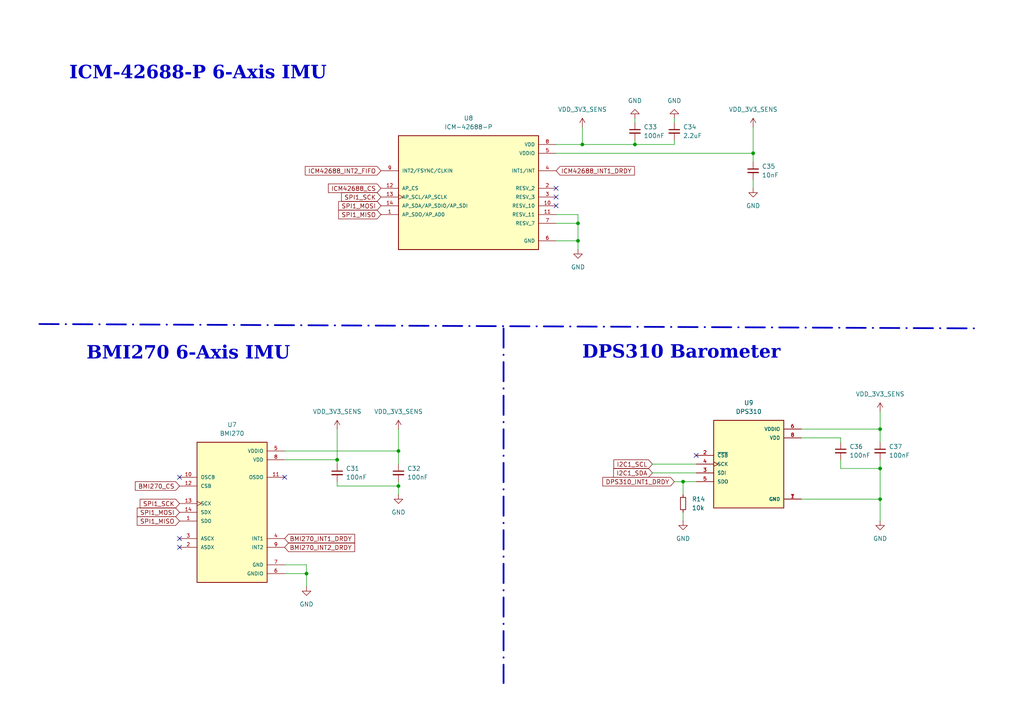
<source format=kicad_sch>
(kicad_sch (version 20250114) (generator "eeschema") (generator_version "9.0")
  (paper "A4")
  (lib_symbols
    (symbol "BMI270:BMI270" (pin_names (offset 1.016))
      (property "Reference" "U" (at -10.16 21.082 0))
      (property "Value" "BMI270" (at -10.16 -22.86 0))
      (symbol "BMI270_0_0"
        (rectangle (start -10.16 -20.32) (end 10.16 20.32) (stroke (width 0.254)) (fill (type background)))
        (pin input line (at -15.24 10.16 0) (length 5.08) (name "OSCB") (number "10"))
        (pin input line (at -15.24 7.62 0) (length 5.08) (name "CSB") (number "12"))
        (pin input clock (at -15.24 2.54 0) (length 5.08) (name "SCX") (number "13"))
        (pin bidirectional line (at -15.24 0 0) (length 5.08) (name "SDX") (number "14"))
        (pin bidirectional line (at -15.24 -2.54 0) (length 5.08) (name "SDO") (number "1"))
        (pin bidirectional line (at -15.24 -7.62 0) (length 5.08) (name "ASCX") (number "3"))
        (pin bidirectional line (at -15.24 -10.16 0) (length 5.08) (name "ASDX") (number "2"))
        (pin power_in line (at 15.24 17.78 180) (length 5.08) (name "VDDIO") (number "5"))
        (pin power_in line (at 15.24 15.24 180) (length 5.08) (name "VDD") (number "8"))
        (pin output line (at 15.24 10.16 180) (length 5.08) (name "OSDO") (number "11"))
        (pin bidirectional line (at 15.24 -7.62 180) (length 5.08) (name "INT1") (number "4"))
        (pin bidirectional line (at 15.24 -10.16 180) (length 5.08) (name "INT2") (number "9"))
        (pin power_in line (at 15.24 -15.24 180) (length 5.08) (name "GND") (number "7"))
        (pin power_in line (at 15.24 -17.78 180) (length 5.08) (name "GNDIO") (number "6"))
      )
    )
    (symbol "DPS310:DPS310" (pin_names (offset 1.016))
      (property "Reference" "U" (at -10.16 13.462 0))
      (property "Value" "DPS310" (at -10.16 -15.24 0))
      (symbol "DPS310_0_0"
        (rectangle (start -10.16 -12.7) (end 10.16 12.7) (stroke (width 0.254)) (fill (type background)))
        (pin input line (at -15.24 2.54 0) (length 5.08) (name "~{CSB}") (number "2"))
        (pin input clock (at -15.24 0 0) (length 5.08) (name "SCK") (number "4"))
        (pin bidirectional line (at -15.24 -2.54 0) (length 5.08) (name "SDI") (number "3"))
        (pin output line (at -15.24 -5.08 0) (length 5.08) (name "SDO") (number "5"))
        (pin power_in line (at 15.24 10.16 180) (length 5.08) (name "VDDIO") (number "6"))
        (pin power_in line (at 15.24 7.62 180) (length 5.08) (name "VDD") (number "8"))
        (pin power_in line (at 15.24 -10.16 180) (length 5.08) (name "GND") (number "1"))
        (pin power_in line (at 15.24 -10.16 180) (length 5.08) (name "GND") (number "7"))
      )
    )
    (symbol "Device:C_Small" (pin_numbers (hide yes)) (pin_names (offset 0.254) (hide yes))
      (property "Reference" "C" (at 0.254 1.778 0))
      (property "Value" "C_Small" (at 0.254 -2.032 0))
      (symbol "C_Small_0_1"
        (polyline (pts (xy -1.524 0.508) (xy 1.524 0.508)) (stroke (width 0.3048)))
        (polyline (pts (xy -1.524 -0.508) (xy 1.524 -0.508)) (stroke (width 0.3302)))
      )
      (symbol "C_Small_1_1"
        (pin passive line (at 0 2.54 270) (length 2.032) (name "~") (number "1"))
        (pin passive line (at 0 -2.54 90) (length 2.032) (name "~") (number "2"))
      )
    )
    (symbol "Device:R_Small" (pin_numbers (hide yes)) (pin_names (offset 0.254) (hide yes))
      (property "Reference" "R" (at 0.762 0.508 0))
      (property "Value" "R_Small" (at 0.762 -1.016 0))
      (symbol "R_Small_0_1"
        (rectangle (start -0.762 1.778) (end 0.762 -1.778) (stroke (width 0.2032)))
      )
      (symbol "R_Small_1_1"
        (pin passive line (at 0 2.54 270) (length 0.762) (name "~") (number "1"))
        (pin passive line (at 0 -2.54 90) (length 0.762) (name "~") (number "2"))
      )
    )
    (symbol "ICM-42688-P:ICM-42688-P" (pin_names (offset 1.016))
      (property "Reference" "U" (at -20.32 16.002 0))
      (property "Value" "ICM-42688-P" (at -20.32 -20.32 0))
      (symbol "ICM-42688-P_0_0"
        (rectangle (start -20.32 -17.78) (end 20.32 15.24) (stroke (width 0.254)) (fill (type background)))
        (pin bidirectional line (at -25.4 5.08 0) (length 5.08) (name "INT2/FSYNC/CLKIN") (number "9"))
        (pin input line (at -25.4 0 0) (length 5.08) (name "AP_CS") (number "12"))
        (pin input clock (at -25.4 -2.54 0) (length 5.08) (name "AP_SCL/AP_SCLK") (number "13"))
        (pin bidirectional line (at -25.4 -5.08 0) (length 5.08) (name "AP_SDA/AP_SDIO/AP_SDI") (number "14"))
        (pin bidirectional line (at -25.4 -7.62 0) (length 5.08) (name "AP_SDO/AP_AD0") (number "1"))
        (pin power_in line (at 25.4 12.7 180) (length 5.08) (name "VDD") (number "8"))
        (pin power_in line (at 25.4 10.16 180) (length 5.08) (name "VDDIO") (number "5"))
        (pin output line (at 25.4 5.08 180) (length 5.08) (name "INT1/INT") (number "4"))
        (pin passive line (at 25.4 0 180) (length 5.08) (name "RESV_2") (number "2"))
        (pin passive line (at 25.4 -2.54 180) (length 5.08) (name "RESV_3") (number "3"))
        (pin passive line (at 25.4 -5.08 180) (length 5.08) (name "RESV_10") (number "10"))
        (pin passive line (at 25.4 -7.62 180) (length 5.08) (name "RESV_11") (number "11"))
        (pin passive line (at 25.4 -10.16 180) (length 5.08) (name "RESV_7") (number "7"))
        (pin power_in line (at 25.4 -15.24 180) (length 5.08) (name "GND") (number "6"))
      )
    )
    (symbol "power:GND" (power) (pin_numbers (hide yes)) (pin_names (offset 0) (hide yes))
      (property "Value" "GND" (at 0 -3.81 0))
      (symbol "GND_0_1"
        (polyline (pts (xy 0 0) (xy 0 -1.27) (xy 1.27 -1.27) (xy 0 -2.54) (xy -1.27 -1.27) (xy 0 -1.27)))
      )
      (symbol "GND_1_1"
        (pin power_in line (at 0 0 270) (length 0) (name "~") (number "1"))
      )
    )
    (symbol "power:VCC" (power) (pin_numbers (hide yes)) (pin_names (offset 0) (hide yes))
      (property "Value" "VCC" (at 0 3.556 0))
      (symbol "VCC_0_1"
        (polyline (pts (xy -0.762 1.27) (xy 0 2.54)))
        (polyline (pts (xy 0 2.54) (xy 0.762 1.27)))
        (polyline (pts (xy 0 0) (xy 0 2.54)))
      )
      (symbol "VCC_1_1"
        (pin power_in line (at 0 0 90) (length 0) (name "~") (number "1"))
      )
    )
  )
  (text "DPS310 Barometer" (at 197.612 103.378 0) (effects (font (size 3.81 3.81) (thickness 0.508) (bold yes))))
  (text "ICM-42688-P 6-Axis IMU\n" (at 57.404 22.352 0) (effects (font (size 3.81 3.81) (thickness 0.508) (bold yes))))
  (text "BMI270 6-Axis IMU\n" (at 54.61 103.632 0) (effects (font (size 3.81 3.81) (thickness 0.508) (bold yes))))
  (junction (at 255.27 135.89))
  (junction (at 198.12 139.7))
  (junction (at 184.15 41.91))
  (junction (at 167.64 64.77))
  (junction (at 167.64 69.85))
  (junction (at 97.79 133.35))
  (junction (at 168.91 41.91))
  (junction (at 255.27 144.78))
  (junction (at 115.57 130.81))
  (junction (at 218.44 44.45))
  (junction (at 115.57 140.97))
  (junction (at 255.27 124.46))
  (junction (at 88.9 166.37))
  (no_connect (at 161.29 57.15))
  (no_connect (at 52.07 156.21))
  (no_connect (at 201.93 132.08))
  (no_connect (at 161.29 59.69))
  (no_connect (at 52.07 138.43))
  (no_connect (at 161.29 54.61))
  (no_connect (at 52.07 158.75))
  (no_connect (at 82.55 138.43))
  (wire (pts (xy 115.57 130.81) (xy 115.57 134.62)))
  (wire (pts (xy 232.41 144.78) (xy 255.27 144.78)))
  (wire (pts (xy 115.57 140.97) (xy 115.57 139.7)))
  (wire (pts (xy 184.15 41.91) (xy 195.58 41.91)))
  (wire (pts (xy 97.79 124.46) (xy 97.79 133.35)))
  (wire (pts (xy 195.58 34.29) (xy 195.58 35.56)))
  (wire (pts (xy 255.27 119.38) (xy 255.27 124.46)))
  (wire (pts (xy 243.84 135.89) (xy 255.27 135.89)))
  (wire (pts (xy 255.27 124.46) (xy 255.27 128.27)))
  (wire (pts (xy 255.27 151.13) (xy 255.27 144.78)))
  (polyline (pts (xy 146.05 95.25) (xy 146.05 198.12)) (stroke (width 0.508) (type dash_dot)))
  (wire (pts (xy 184.15 34.29) (xy 184.15 35.56)))
  (wire (pts (xy 198.12 151.13) (xy 198.12 148.59)))
  (wire (pts (xy 189.23 134.62) (xy 201.93 134.62)))
  (wire (pts (xy 115.57 124.46) (xy 115.57 130.81)))
  (wire (pts (xy 189.23 137.16) (xy 201.93 137.16)))
  (wire (pts (xy 161.29 44.45) (xy 218.44 44.45)))
  (wire (pts (xy 167.64 62.23) (xy 167.64 64.77)))
  (wire (pts (xy 82.55 130.81) (xy 115.57 130.81)))
  (wire (pts (xy 198.12 139.7) (xy 201.93 139.7)))
  (wire (pts (xy 218.44 52.07) (xy 218.44 54.61)))
  (wire (pts (xy 168.91 41.91) (xy 161.29 41.91)))
  (wire (pts (xy 115.57 143.51) (xy 115.57 140.97)))
  (wire (pts (xy 255.27 135.89) (xy 255.27 133.35)))
  (wire (pts (xy 243.84 133.35) (xy 243.84 135.89)))
  (wire (pts (xy 184.15 40.64) (xy 184.15 41.91)))
  (wire (pts (xy 161.29 62.23) (xy 167.64 62.23)))
  (wire (pts (xy 232.41 124.46) (xy 255.27 124.46)))
  (wire (pts (xy 88.9 166.37) (xy 88.9 170.18)))
  (wire (pts (xy 97.79 140.97) (xy 115.57 140.97)))
  (polyline (pts (xy 11.43 93.98) (xy 284.48 95.25)) (stroke (width 0.508) (type dash_dot)))
  (wire (pts (xy 218.44 36.83) (xy 218.44 44.45)))
  (wire (pts (xy 167.64 69.85) (xy 167.64 72.39)))
  (wire (pts (xy 243.84 127) (xy 232.41 127)))
  (wire (pts (xy 161.29 69.85) (xy 167.64 69.85)))
  (wire (pts (xy 243.84 128.27) (xy 243.84 127)))
  (wire (pts (xy 88.9 163.83) (xy 88.9 166.37)))
  (wire (pts (xy 195.58 139.7) (xy 198.12 139.7)))
  (wire (pts (xy 97.79 133.35) (xy 97.79 134.62)))
  (wire (pts (xy 97.79 133.35) (xy 82.55 133.35)))
  (wire (pts (xy 97.79 139.7) (xy 97.79 140.97)))
  (wire (pts (xy 195.58 41.91) (xy 195.58 40.64)))
  (wire (pts (xy 198.12 143.51) (xy 198.12 139.7)))
  (wire (pts (xy 218.44 46.99) (xy 218.44 44.45)))
  (wire (pts (xy 168.91 41.91) (xy 184.15 41.91)))
  (wire (pts (xy 82.55 166.37) (xy 88.9 166.37)))
  (wire (pts (xy 168.91 36.83) (xy 168.91 41.91)))
  (wire (pts (xy 255.27 144.78) (xy 255.27 135.89)))
  (wire (pts (xy 167.64 64.77) (xy 167.64 69.85)))
  (wire (pts (xy 161.29 64.77) (xy 167.64 64.77)))
  (wire (pts (xy 82.55 163.83) (xy 88.9 163.83)))
  (global_label "I2C1_SCL" (shape input) (at 189.23 134.62 180) (property "Intersheetrefs" "${INTERSHEET_REFS}" (effects (hide yes))))
  (global_label "SPI1_SCK" (shape input) (at 110.49 57.15 180) (property "Intersheetrefs" "${INTERSHEET_REFS}" (effects (hide yes))))
  (global_label "SPI1_MOSI" (shape input) (at 52.07 148.59 180) (property "Intersheetrefs" "${INTERSHEET_REFS}" (effects (hide yes))))
  (global_label "SPI1_MISO" (shape input) (at 52.07 151.13 180) (property "Intersheetrefs" "${INTERSHEET_REFS}" (effects (hide yes))))
  (global_label "ICM42688_CS" (shape input) (at 110.49 54.61 180) (property "Intersheetrefs" "${INTERSHEET_REFS}" (effects (hide yes))))
  (global_label "BMI270_INT1_DRDY" (shape input) (at 82.55 156.21 0) (property "Intersheetrefs" "${INTERSHEET_REFS}" (effects (hide yes))))
  (global_label "SPI1_MISO" (shape input) (at 110.49 62.23 180) (property "Intersheetrefs" "${INTERSHEET_REFS}" (effects (hide yes))))
  (global_label "DPS310_INT1_DRDY" (shape input) (at 195.58 139.7 180) (property "Intersheetrefs" "${INTERSHEET_REFS}" (effects (hide yes))))
  (global_label "I2C1_SDA" (shape input) (at 189.23 137.16 180) (property "Intersheetrefs" "${INTERSHEET_REFS}" (effects (hide yes))))
  (global_label "BMI270_CS" (shape input) (at 52.07 140.97 180) (property "Intersheetrefs" "${INTERSHEET_REFS}" (effects (hide yes))))
  (global_label "SPI1_MOSI" (shape input) (at 110.49 59.69 180) (property "Intersheetrefs" "${INTERSHEET_REFS}" (effects (hide yes))))
  (global_label "BMI270_INT2_DRDY" (shape input) (at 82.55 158.75 0) (property "Intersheetrefs" "${INTERSHEET_REFS}" (effects (hide yes))))
  (global_label "ICM42688_INT2_FIFO" (shape input) (at 110.49 49.53 180) (property "Intersheetrefs" "${INTERSHEET_REFS}" (effects (hide yes))))
  (global_label "SPI1_SCK" (shape input) (at 52.07 146.05 180) (property "Intersheetrefs" "${INTERSHEET_REFS}" (effects (hide yes))))
  (global_label "ICM42688_INT1_DRDY" (shape input) (at 161.29 49.53 0) (property "Intersheetrefs" "${INTERSHEET_REFS}" (effects (hide yes))))
  (symbol (lib_id "power:GND") (at 88.9 170.18 0) (unit 1)
    (property "Reference" "#PWR055" (effects (hide yes)))
    (property "Value" "GND" (at 88.9 175.26 0))
    (property "Description" "Power symbol creates a global label with name \"GND\" , ground" (effects (hide yes)))
  )
  (symbol (lib_id "ICM-42688-P:ICM-42688-P") (at 135.89 54.61 0) (unit 1)
    (property "Reference" "U8" (at 135.89 34.29 0))
    (property "Value" "ICM-42688-P" (at 135.89 36.83 0))
    (property "Footprint" "ICM-42688-P:PQFN50P300X250X97-14N" (effects (hide yes)))
    (property "MF" "TDK InvenSense" (effects (hide yes)))
    (property "MAXIMUM_PACKAGE_HEIGHT" "0.97mm" (effects (hide yes)))
    (property "Package" "LGA-14 TDK InvenSense" (effects (hide yes)))
    (property "Price" "None" (effects (hide yes)))
    (property "Check_prices" "https://www.snapeda.com/parts/ICM-42688-P/TDK/view-part/?ref=eda" (effects (hide yes)))
    (property "STANDARD" "IPC-7351B" (effects (hide yes)))
    (property "PARTREV" "1.2" (effects (hide yes)))
    (property "SnapEDA_Link" "https://www.snapeda.com/parts/ICM-42688-P/TDK/view-part/?ref=snap" (effects (hide yes)))
    (property "MP" "ICM-42688-P" (effects (hide yes)))
    (property "Description_1" "Accelerometer, Gyroscope, 6 Axis Sensor - Output" (effects (hide yes)))
    (property "Availability" "In Stock" (effects (hide yes)))
    (property "MANUFACTURER" "TDK InvenSense" (effects (hide yes)))
  )
  (symbol (lib_id "Device:C_Small") (at 184.15 38.1 0) (unit 1)
    (property "Reference" "C33" (at 186.69 36.8362 0) (effects (justify left)))
    (property "Value" "100nF" (at 186.69 39.3762 0) (effects (justify left)))
    (property "Footprint" "Capacitor_SMD:C_0402_1005Metric" (effects (hide yes)))
    (property "Description" "Unpolarized capacitor, small symbol" (effects (hide yes)))
  )
  (symbol (lib_id "power:VCC") (at 168.91 36.83 0) (unit 1)
    (property "Reference" "#PWR059" (effects (hide yes)))
    (property "Value" "VDD_3V3_SENS" (at 168.91 31.75 0))
    (property "Description" "Power symbol creates a global label with name \"VCC\"" (effects (hide yes)))
  )
  (symbol (lib_id "Device:C_Small") (at 97.79 137.16 0) (unit 1)
    (property "Reference" "C31" (at 100.33 135.8962 0) (effects (justify left)))
    (property "Value" "100nF" (at 100.33 138.4362 0) (effects (justify left)))
    (property "Footprint" "Capacitor_SMD:C_0402_1005Metric" (effects (hide yes)))
    (property "Description" "Unpolarized capacitor, small symbol" (effects (hide yes)))
  )
  (symbol (lib_id "DPS310:DPS310") (at 217.17 134.62 0) (unit 1)
    (property "Reference" "U9" (at 217.17 116.84 0))
    (property "Value" "DPS310" (at 217.17 119.38 0))
    (property "Footprint" "DPS310:XDCR_DPS310" (effects (hide yes)))
    (property "MF" "Infineon Technologies" (effects (hide yes)))
    (property "DESCRIPTION" "The DPS310 is a miniaturized Digital Barometric Air Pressure Sensor with a high accuracy and a low current consumption, capable of measuring both pressure and temperature." (effects (hide yes)))
    (property "PACKAGE" "VFLGA-8 Infineon Technologies" (effects (hide yes)))
    (property "PRICE" "None" (effects (hide yes)))
    (property "Package" "VFLGA-8 Infineon Technologies" (effects (hide yes)))
    (property "Check_prices" "https://www.snapeda.com/parts/DPS310/Infineon/view-part/?ref=eda" (effects (hide yes)))
    (property "Price" "None" (effects (hide yes)))
    (property "SnapEDA_Link" "https://www.snapeda.com/parts/DPS310/Infineon/view-part/?ref=snap" (effects (hide yes)))
    (property "MP" "DPS310" (effects (hide yes)))
    (property "Availability" "Not in stock" (effects (hide yes)))
    (property "AVAILABILITY" "Unavailable" (effects (hide yes)))
    (property "Description_1" "Pressure Sensor 4.35PSI ~ 17.4PSI (30kPa ~ 120kPa) Vented Gauge - 24 b 8-VFLGA" (effects (hide yes)))
  )
  (symbol (lib_id "power:VCC") (at 97.79 124.46 0) (unit 1)
    (property "Reference" "#PWR0102" (effects (hide yes)))
    (property "Value" "VDD_3V3_SENS" (at 97.79 119.38 0))
    (property "Description" "Power symbol creates a global label with name \"VCC\"" (effects (hide yes)))
  )
  (symbol (lib_id "power:VCC") (at 218.44 36.83 0) (unit 1)
    (property "Reference" "#PWR063" (effects (hide yes)))
    (property "Value" "VDD_3V3_SENS" (at 218.44 31.75 0))
    (property "Description" "Power symbol creates a global label with name \"VCC\"" (effects (hide yes)))
  )
  (symbol (lib_id "Device:C_Small") (at 115.57 137.16 0) (unit 1)
    (property "Reference" "C32" (at 118.11 135.8962 0) (effects (justify left)))
    (property "Value" "100nF" (at 118.11 138.4362 0) (effects (justify left)))
    (property "Footprint" "Capacitor_SMD:C_0402_1005Metric" (effects (hide yes)))
    (property "Description" "Unpolarized capacitor, small symbol" (effects (hide yes)))
  )
  (symbol (lib_id "power:GND") (at 195.58 34.29 180) (unit 1)
    (property "Reference" "#PWR061" (effects (hide yes)))
    (property "Value" "GND" (at 195.58 29.21 0))
    (property "Description" "Power symbol creates a global label with name \"GND\" , ground" (effects (hide yes)))
  )
  (symbol (lib_id "power:VCC") (at 115.57 124.46 0) (unit 1)
    (property "Reference" "#PWR056" (effects (hide yes)))
    (property "Value" "VDD_3V3_SENS" (at 115.57 119.38 0))
    (property "Description" "Power symbol creates a global label with name \"VCC\"" (effects (hide yes)))
  )
  (symbol (lib_id "Device:C_Small") (at 243.84 130.81 0) (unit 1)
    (property "Reference" "C36" (at 246.38 129.5462 0) (effects (justify left)))
    (property "Value" "100nF" (at 246.38 132.0862 0) (effects (justify left)))
    (property "Footprint" "Capacitor_SMD:C_0402_1005Metric" (effects (hide yes)))
    (property "Description" "Unpolarized capacitor, small symbol" (effects (hide yes)))
  )
  (symbol (lib_id "Device:C_Small") (at 218.44 49.53 0) (unit 1)
    (property "Reference" "C35" (at 220.98 48.2662 0) (effects (justify left)))
    (property "Value" "10nF" (at 220.98 50.8062 0) (effects (justify left)))
    (property "Footprint" "Capacitor_SMD:C_0402_1005Metric" (effects (hide yes)))
    (property "Description" "Unpolarized capacitor, small symbol" (effects (hide yes)))
  )
  (symbol (lib_id "power:GND") (at 184.15 34.29 180) (unit 1)
    (property "Reference" "#PWR060" (effects (hide yes)))
    (property "Value" "GND" (at 184.15 29.21 0))
    (property "Description" "Power symbol creates a global label with name \"GND\" , ground" (effects (hide yes)))
  )
  (symbol (lib_id "Device:C_Small") (at 195.58 38.1 0) (unit 1)
    (property "Reference" "C34" (at 198.12 36.8362 0) (effects (justify left)))
    (property "Value" "2.2uF" (at 198.12 39.3762 0) (effects (justify left)))
    (property "Footprint" "Capacitor_SMD:C_0402_1005Metric" (effects (hide yes)))
    (property "Description" "Unpolarized capacitor, small symbol" (effects (hide yes)))
  )
  (symbol (lib_id "Device:C_Small") (at 255.27 130.81 0) (unit 1)
    (property "Reference" "C37" (at 257.81 129.5462 0) (effects (justify left)))
    (property "Value" "100nF" (at 257.81 132.0862 0) (effects (justify left)))
    (property "Footprint" "Capacitor_SMD:C_0402_1005Metric" (effects (hide yes)))
    (property "Description" "Unpolarized capacitor, small symbol" (effects (hide yes)))
  )
  (symbol (lib_id "power:GND") (at 167.64 72.39 0) (unit 1)
    (property "Reference" "#PWR058" (effects (hide yes)))
    (property "Value" "GND" (at 167.64 77.47 0))
    (property "Description" "Power symbol creates a global label with name \"GND\" , ground" (effects (hide yes)))
  )
  (symbol (lib_id "power:GND") (at 115.57 143.51 0) (unit 1)
    (property "Reference" "#PWR057" (effects (hide yes)))
    (property "Value" "GND" (at 115.57 148.59 0))
    (property "Description" "Power symbol creates a global label with name \"GND\" , ground" (effects (hide yes)))
  )
  (symbol (lib_id "Device:R_Small") (at 198.12 146.05 0) (unit 1)
    (property "Reference" "R14" (at 200.66 144.7799 0) (effects (justify left)))
    (property "Value" "10k" (at 200.66 147.3199 0) (effects (justify left)))
    (property "Footprint" "Resistor_SMD:R_0402_1005Metric" (effects (hide yes)))
    (property "Description" "Resistor, small symbol" (effects (hide yes)))
  )
  (symbol (lib_id "power:GND") (at 198.12 151.13 0) (unit 1)
    (property "Reference" "#PWR062" (effects (hide yes)))
    (property "Value" "GND" (at 198.12 156.21 0))
    (property "Description" "Power symbol creates a global label with name \"GND\" , ground" (effects (hide yes)))
  )
  (symbol (lib_id "BMI270:BMI270") (at 67.31 148.59 0) (unit 1)
    (property "Reference" "U7" (at 67.31 123.19 0))
    (property "Value" "BMI270" (at 67.31 125.73 0))
    (property "Footprint" "BMI270:XDCR_BMI270" (effects (hide yes)))
    (property "PATREV" "1.0" (effects (hide yes)))
    (property "MF" "Bosch Sensortec" (effects (hide yes)))
    (property "MAXIMUM_PACKAGE_HEIGHT" "0.87mm" (effects (hide yes)))
    (property "Package" "LGA-14 Bosch Sensortec" (effects (hide yes)))
    (property "Price" "None" (effects (hide yes)))
    (property "Check_prices" "https://www.snapeda.com/parts/BMI270/Bosch/view-part/?ref=eda" (effects (hide yes)))
    (property "STANDARD" "Manufacturer Recommendations" (effects (hide yes)))
    (property "SnapEDA_Link" "https://www.snapeda.com/parts/BMI270/Bosch/view-part/?ref=snap" (effects (hide yes)))
    (property "MP" "BMI270" (effects (hide yes)))
    (property "Description_1" "Accelerometer, Gyroscope, 6 Axis Sensor I2C, SPI Output" (effects (hide yes)))
    (property "Availability" "In Stock" (effects (hide yes)))
    (property "MANUFACTURER" "Bosch Sensortec" (effects (hide yes)))
  )
  (symbol (lib_id "power:GND") (at 255.27 151.13 0) (unit 1)
    (property "Reference" "#PWR066" (effects (hide yes)))
    (property "Value" "GND" (at 255.27 156.21 0))
    (property "Description" "Power symbol creates a global label with name \"GND\" , ground" (effects (hide yes)))
  )
  (symbol (lib_id "power:GND") (at 218.44 54.61 0) (unit 1)
    (property "Reference" "#PWR064" (effects (hide yes)))
    (property "Value" "GND" (at 218.44 59.69 0))
    (property "Description" "Power symbol creates a global label with name \"GND\" , ground" (effects (hide yes)))
  )
  (symbol (lib_id "power:VCC") (at 255.27 119.38 0) (unit 1)
    (property "Reference" "#PWR065" (effects (hide yes)))
    (property "Value" "VDD_3V3_SENS" (at 255.27 114.3 0))
    (property "Description" "Power symbol creates a global label with name \"VCC\"" (effects (hide yes)))
  )
)
</source>
